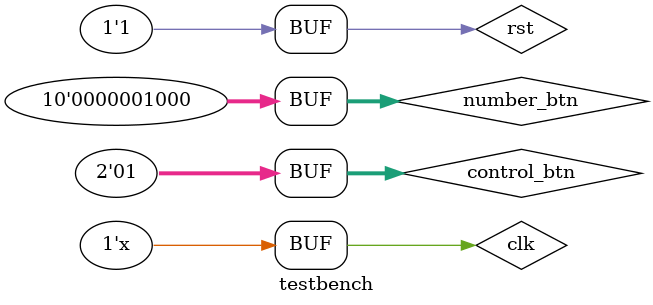
<source format=v>
`timescale 1us / 1ns

module testbench();

reg clk, rst;
wire LCD_E, LCD_RS, LCD_RW;
wire [7:0] LCD_DATA;
wire [7:0] LED_out;
wire [2:0] state;

reg [9:0] number_btn;
reg [1:0] control_btn;

LCD_cursor tb1(rst, clk, LCD_E, LCD_RS, LCD_RW, LCD_DATA, LED_out, number_btn, control_btn, state);
// for display state value, state output is included in module defination.

initial begin
    clk = 0;
    rst = 0;
    number_btn = 10'b0000_0000_00;
    control_btn = 2'b00;
    #4 rst = 1;
    #4000 number_btn = 10'b0000_0000_10; //9
    #4000 number_btn = 10'b0000_0010_00; //7
    #4000 control_btn = 2'b10; //left
    #4000 control_btn = 2'b01; //right
end

always begin
    #0.5 clk <= ~clk; //period is 1us
end    
// #1 == 1us
endmodule
</source>
